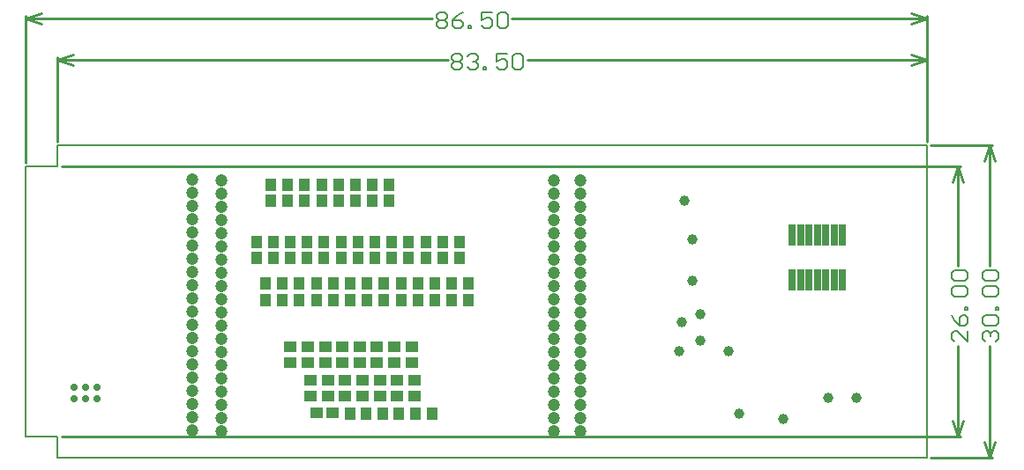
<source format=gbs>
G04*
G04 #@! TF.GenerationSoftware,Altium Limited,Altium Designer,22.6.1 (34)*
G04*
G04 Layer_Color=16711935*
%FSLAX25Y25*%
%MOIN*%
G70*
G04*
G04 #@! TF.SameCoordinates,4A999195-7229-471D-A063-F470427C1832*
G04*
G04*
G04 #@! TF.FilePolarity,Negative*
G04*
G01*
G75*
%ADD13C,0.00787*%
%ADD14C,0.01000*%
%ADD16C,0.00600*%
%ADD43R,0.04343X0.04540*%
%ADD45R,0.04540X0.04343*%
%ADD47R,0.04343X0.04540*%
%ADD53R,0.04540X0.04343*%
%ADD55C,0.04737*%
%ADD56C,0.03950*%
%ADD57C,0.02769*%
%ADD66R,0.02965X0.07887*%
D13*
X11836Y110261D02*
Y118135D01*
Y25D02*
Y7899D01*
X25D02*
X11836D01*
X25Y110261D02*
X11836D01*
Y25D02*
X340576D01*
Y118135D01*
X11836D02*
X340576D01*
X25Y7899D02*
Y110261D01*
D14*
X350362Y13874D02*
X352362Y7874D01*
X354362Y13874D01*
X352362Y110236D02*
X354362Y104236D01*
X350362D02*
X352362Y110236D01*
Y7874D02*
Y42360D01*
Y72551D02*
Y110236D01*
X13780Y7874D02*
X353362D01*
X13780Y110236D02*
X353362D01*
X11836Y150591D02*
X17836Y152591D01*
X11836Y150591D02*
X17836Y148591D01*
X334576D02*
X340576Y150591D01*
X334576Y152591D02*
X340576Y150591D01*
X11836D02*
X159511D01*
X189702D02*
X340576D01*
X11836Y119529D02*
Y151591D01*
X340576Y119529D02*
Y151591D01*
X364173Y118135D02*
X366173Y112135D01*
X362173D02*
X364173Y118135D01*
X362173Y6025D02*
X364173Y25D01*
X366173Y6025D01*
X364173Y72576D02*
Y118135D01*
Y25D02*
Y42384D01*
X341970Y118135D02*
X365173D01*
X341970Y25D02*
X365173D01*
X25Y166339D02*
X6025Y168339D01*
X25Y166339D02*
X6025Y164339D01*
X334576D02*
X340576Y166339D01*
X334576Y168339D02*
X340576Y166339D01*
X25D02*
X153605D01*
X183796D02*
X340576D01*
X25Y111655D02*
Y167339D01*
X340576Y119529D02*
Y167339D01*
D16*
X355961Y47958D02*
Y43960D01*
X351962Y47958D01*
X350963D01*
X349963Y46959D01*
Y44959D01*
X350963Y43960D01*
X349963Y53956D02*
X350963Y51957D01*
X352962Y49957D01*
X354961D01*
X355961Y50957D01*
Y52957D01*
X354961Y53956D01*
X353962D01*
X352962Y52957D01*
Y49957D01*
X355961Y55956D02*
X354961D01*
Y56955D01*
X355961D01*
Y55956D01*
X350963Y60954D02*
X349963Y61954D01*
Y63953D01*
X350963Y64953D01*
X354961D01*
X355961Y63953D01*
Y61954D01*
X354961Y60954D01*
X350963D01*
Y66952D02*
X349963Y67952D01*
Y69951D01*
X350963Y70951D01*
X354961D01*
X355961Y69951D01*
Y67952D01*
X354961Y66952D01*
X350963D01*
X161110Y151990D02*
X162110Y152990D01*
X164110D01*
X165109Y151990D01*
Y150990D01*
X164110Y149991D01*
X165109Y148991D01*
Y147991D01*
X164110Y146992D01*
X162110D01*
X161110Y147991D01*
Y148991D01*
X162110Y149991D01*
X161110Y150990D01*
Y151990D01*
X162110Y149991D02*
X164110D01*
X167109Y151990D02*
X168108Y152990D01*
X170107D01*
X171107Y151990D01*
Y150990D01*
X170107Y149991D01*
X169108D01*
X170107D01*
X171107Y148991D01*
Y147991D01*
X170107Y146992D01*
X168108D01*
X167109Y147991D01*
X173107Y146992D02*
Y147991D01*
X174106D01*
Y146992D01*
X173107D01*
X182104Y152990D02*
X178105D01*
Y149991D01*
X180104Y150990D01*
X181104D01*
X182104Y149991D01*
Y147991D01*
X181104Y146992D01*
X179105D01*
X178105Y147991D01*
X184103Y151990D02*
X185103Y152990D01*
X187102D01*
X188102Y151990D01*
Y147991D01*
X187102Y146992D01*
X185103D01*
X184103Y147991D01*
Y151990D01*
X362774Y43984D02*
X361774Y44984D01*
Y46984D01*
X362774Y47983D01*
X363773D01*
X364773Y46984D01*
Y45984D01*
Y46984D01*
X365773Y47983D01*
X366773D01*
X367772Y46984D01*
Y44984D01*
X366773Y43984D01*
X362774Y49983D02*
X361774Y50982D01*
Y52982D01*
X362774Y53981D01*
X366773D01*
X367772Y52982D01*
Y50982D01*
X366773Y49983D01*
X362774D01*
X367772Y55981D02*
X366773D01*
Y56980D01*
X367772D01*
Y55981D01*
X362774Y60979D02*
X361774Y61979D01*
Y63978D01*
X362774Y64978D01*
X366773D01*
X367772Y63978D01*
Y61979D01*
X366773Y60979D01*
X362774D01*
Y66977D02*
X361774Y67977D01*
Y69976D01*
X362774Y70976D01*
X366773D01*
X367772Y69976D01*
Y67977D01*
X366773Y66977D01*
X362774D01*
X155205Y167738D02*
X156205Y168738D01*
X158204D01*
X159204Y167738D01*
Y166738D01*
X158204Y165739D01*
X159204Y164739D01*
Y163739D01*
X158204Y162740D01*
X156205D01*
X155205Y163739D01*
Y164739D01*
X156205Y165739D01*
X155205Y166738D01*
Y167738D01*
X156205Y165739D02*
X158204D01*
X165202Y168738D02*
X163202Y167738D01*
X161203Y165739D01*
Y163739D01*
X162203Y162740D01*
X164202D01*
X165202Y163739D01*
Y164739D01*
X164202Y165739D01*
X161203D01*
X167201Y162740D02*
Y163739D01*
X168201D01*
Y162740D01*
X167201D01*
X176198Y168738D02*
X172199D01*
Y165739D01*
X174199Y166738D01*
X175198D01*
X176198Y165739D01*
Y163739D01*
X175198Y162740D01*
X173199D01*
X172199Y163739D01*
X178198Y167738D02*
X179197Y168738D01*
X181196D01*
X182196Y167738D01*
Y163739D01*
X181196Y162740D01*
X179197D01*
X178198Y163739D01*
Y167738D01*
D43*
X134964Y16716D02*
D03*
X141066D02*
D03*
X122518D02*
D03*
X128620D02*
D03*
X147409D02*
D03*
X153512D02*
D03*
D45*
X145881Y41903D02*
D03*
Y35801D02*
D03*
X146955Y29261D02*
D03*
Y23158D02*
D03*
X127334Y29261D02*
D03*
Y23158D02*
D03*
X133875Y29261D02*
D03*
Y23158D02*
D03*
X107714Y29261D02*
D03*
Y23158D02*
D03*
X114254Y29261D02*
D03*
Y23158D02*
D03*
X120794Y29261D02*
D03*
Y23158D02*
D03*
X140415Y29261D02*
D03*
Y23158D02*
D03*
X100100Y41903D02*
D03*
Y35801D02*
D03*
X119720Y41903D02*
D03*
Y35801D02*
D03*
X106640Y41903D02*
D03*
Y35801D02*
D03*
X113180Y41903D02*
D03*
Y35801D02*
D03*
X126261Y41903D02*
D03*
Y35801D02*
D03*
X132801Y41903D02*
D03*
Y35801D02*
D03*
X139341Y41903D02*
D03*
Y35801D02*
D03*
D47*
X141814Y59750D02*
D03*
Y65852D02*
D03*
X148214Y59750D02*
D03*
Y65852D02*
D03*
X135414Y59750D02*
D03*
Y65852D02*
D03*
X154614Y59750D02*
D03*
Y65852D02*
D03*
X161014Y59750D02*
D03*
Y65852D02*
D03*
X167414Y59750D02*
D03*
Y65852D02*
D03*
X129014Y59750D02*
D03*
Y65852D02*
D03*
X90614Y59750D02*
D03*
Y65852D02*
D03*
X97014Y59750D02*
D03*
Y65852D02*
D03*
X103414Y59750D02*
D03*
Y65852D02*
D03*
X109814Y59750D02*
D03*
Y65852D02*
D03*
X116214Y59750D02*
D03*
Y65852D02*
D03*
X122614Y59750D02*
D03*
Y65852D02*
D03*
X151199Y75498D02*
D03*
Y81600D02*
D03*
X138400Y75498D02*
D03*
Y81600D02*
D03*
X144799Y75498D02*
D03*
Y81600D02*
D03*
X163999Y75498D02*
D03*
Y81600D02*
D03*
X157599Y75498D02*
D03*
Y81600D02*
D03*
X132000Y75498D02*
D03*
Y81600D02*
D03*
X119200Y75498D02*
D03*
Y81600D02*
D03*
X125600Y75498D02*
D03*
Y81600D02*
D03*
X112800Y75498D02*
D03*
Y81600D02*
D03*
X106400Y75498D02*
D03*
Y81600D02*
D03*
X93599Y75498D02*
D03*
Y81600D02*
D03*
X87199Y75498D02*
D03*
Y81600D02*
D03*
X99999Y75498D02*
D03*
Y81600D02*
D03*
X99044Y97151D02*
D03*
Y103253D02*
D03*
X111844Y97151D02*
D03*
Y103253D02*
D03*
X105444Y97151D02*
D03*
Y103253D02*
D03*
X92644Y97151D02*
D03*
Y103253D02*
D03*
X137444Y97151D02*
D03*
Y103253D02*
D03*
X118244Y97151D02*
D03*
Y103253D02*
D03*
X124644Y97151D02*
D03*
Y103253D02*
D03*
X131044Y97151D02*
D03*
Y103253D02*
D03*
D53*
X116076Y16787D02*
D03*
X109974D02*
D03*
D55*
X209646Y104842D02*
D03*
Y99843D02*
D03*
Y94842D02*
D03*
Y89842D02*
D03*
Y84842D02*
D03*
Y79843D02*
D03*
Y74843D02*
D03*
Y69842D02*
D03*
Y64842D02*
D03*
Y59842D02*
D03*
Y54843D02*
D03*
Y49843D02*
D03*
Y44842D02*
D03*
Y39843D02*
D03*
Y34843D02*
D03*
Y29842D02*
D03*
Y24843D02*
D03*
Y19842D02*
D03*
Y14842D02*
D03*
Y9843D02*
D03*
X199803Y104842D02*
D03*
Y99843D02*
D03*
Y94842D02*
D03*
Y89842D02*
D03*
Y84842D02*
D03*
Y79843D02*
D03*
Y74843D02*
D03*
Y69842D02*
D03*
Y64842D02*
D03*
Y59842D02*
D03*
Y54843D02*
D03*
Y49843D02*
D03*
Y44842D02*
D03*
Y39843D02*
D03*
Y34843D02*
D03*
Y29842D02*
D03*
Y24843D02*
D03*
Y19842D02*
D03*
Y14842D02*
D03*
Y9843D02*
D03*
X73819Y104842D02*
D03*
Y99843D02*
D03*
Y94842D02*
D03*
Y89842D02*
D03*
Y84842D02*
D03*
Y79843D02*
D03*
Y74843D02*
D03*
Y69842D02*
D03*
Y64842D02*
D03*
Y59842D02*
D03*
Y54843D02*
D03*
Y49843D02*
D03*
Y44842D02*
D03*
Y39843D02*
D03*
Y34843D02*
D03*
Y29842D02*
D03*
Y24843D02*
D03*
Y19842D02*
D03*
Y14842D02*
D03*
Y9843D02*
D03*
X62992Y105394D02*
D03*
Y100394D02*
D03*
Y95394D02*
D03*
Y90394D02*
D03*
Y85394D02*
D03*
Y80394D02*
D03*
Y75394D02*
D03*
Y70394D02*
D03*
Y65394D02*
D03*
Y60394D02*
D03*
Y55394D02*
D03*
Y50394D02*
D03*
Y45394D02*
D03*
Y40394D02*
D03*
Y35394D02*
D03*
Y30394D02*
D03*
Y25394D02*
D03*
Y20394D02*
D03*
Y15394D02*
D03*
Y10394D02*
D03*
D56*
X248031Y51181D02*
D03*
X254921Y54134D02*
D03*
X251969Y66929D02*
D03*
Y82677D02*
D03*
X303150Y22638D02*
D03*
X313976D02*
D03*
X254921Y44291D02*
D03*
X247047Y40354D02*
D03*
X269685Y16732D02*
D03*
X286417Y14764D02*
D03*
X249016Y97441D02*
D03*
X265748Y40354D02*
D03*
D57*
X18307Y22441D02*
D03*
Y26772D02*
D03*
X22638Y22441D02*
D03*
Y26772D02*
D03*
X26969Y22441D02*
D03*
Y26772D02*
D03*
D66*
X289764Y84252D02*
D03*
Y67323D02*
D03*
X292913Y84252D02*
D03*
Y67323D02*
D03*
X296063Y84252D02*
D03*
Y67323D02*
D03*
X299213Y84252D02*
D03*
Y67323D02*
D03*
X302362Y84252D02*
D03*
Y67323D02*
D03*
X305512Y84252D02*
D03*
Y67323D02*
D03*
X308661Y84252D02*
D03*
Y67323D02*
D03*
M02*

</source>
